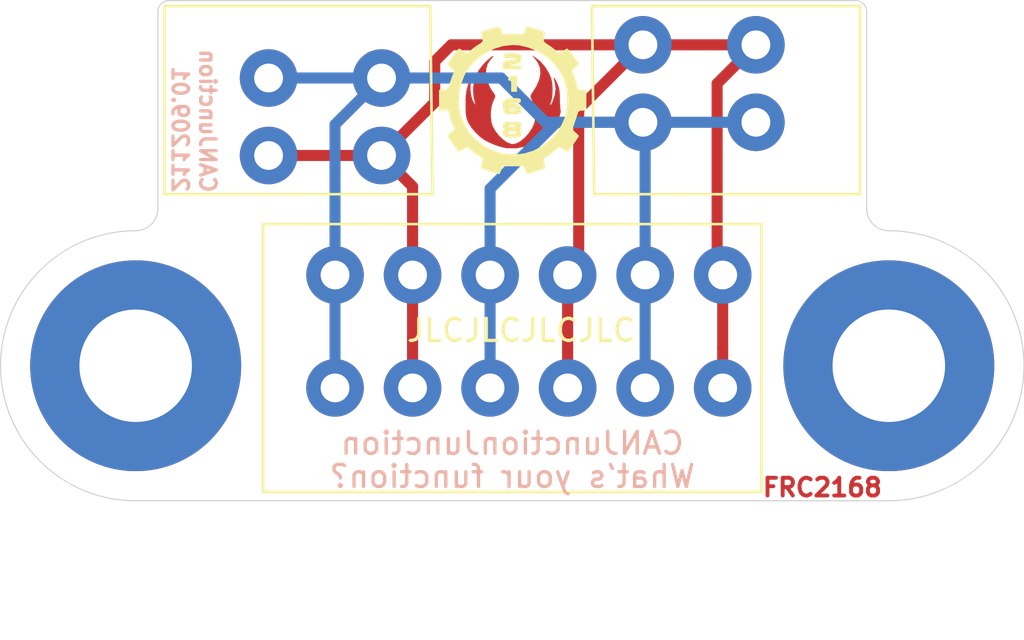
<source format=kicad_pcb>
(kicad_pcb (version 20171130) (host pcbnew "(5.1.12)-1")

  (general
    (thickness 1.6)
    (drawings 22)
    (tracks 37)
    (zones 0)
    (modules 8)
    (nets 3)
  )

  (page A4)
  (title_block
    (title CANJunction)
    (date 2021-12-09)
    (rev 01)
  )

  (layers
    (0 F.Cu signal)
    (31 B.Cu signal)
    (32 B.Adhes user)
    (33 F.Adhes user)
    (34 B.Paste user)
    (35 F.Paste user)
    (36 B.SilkS user)
    (37 F.SilkS user)
    (38 B.Mask user)
    (39 F.Mask user)
    (40 Dwgs.User user hide)
    (41 Cmts.User user hide)
    (42 Eco1.User user)
    (43 Eco2.User user)
    (44 Edge.Cuts user)
    (45 Margin user)
    (46 B.CrtYd user hide)
    (47 F.CrtYd user hide)
    (48 B.Fab user hide)
    (49 F.Fab user)
  )

  (setup
    (last_trace_width 0.5)
    (trace_clearance 0.2)
    (zone_clearance 0.508)
    (zone_45_only no)
    (trace_min 0.2)
    (via_size 0.8)
    (via_drill 0.4)
    (via_min_size 0.4)
    (via_min_drill 0.3)
    (uvia_size 0.3)
    (uvia_drill 0.1)
    (uvias_allowed no)
    (uvia_min_size 0.2)
    (uvia_min_drill 0.1)
    (edge_width 0.05)
    (segment_width 0.2)
    (pcb_text_width 0.3)
    (pcb_text_size 1.5 1.5)
    (mod_edge_width 0.12)
    (mod_text_size 1 1)
    (mod_text_width 0.15)
    (pad_size 1.524 1.524)
    (pad_drill 0.762)
    (pad_to_mask_clearance 0)
    (aux_axis_origin 0 0)
    (visible_elements 7FFFFF9F)
    (pcbplotparams
      (layerselection 0x210fc_ffffffff)
      (usegerberextensions false)
      (usegerberattributes false)
      (usegerberadvancedattributes false)
      (creategerberjobfile false)
      (excludeedgelayer true)
      (linewidth 0.100000)
      (plotframeref false)
      (viasonmask false)
      (mode 1)
      (useauxorigin false)
      (hpglpennumber 1)
      (hpglpenspeed 20)
      (hpglpendiameter 15.000000)
      (psnegative false)
      (psa4output false)
      (plotreference true)
      (plotvalue true)
      (plotinvisibletext false)
      (padsonsilk false)
      (subtractmaskfromsilk false)
      (outputformat 1)
      (mirror false)
      (drillshape 0)
      (scaleselection 1)
      (outputdirectory "gerbers/"))
  )

  (net 0 "")
  (net 1 "Net-(J1-Pad1)")
  (net 2 "Net-(J1-Pad2)")

  (net_class Default "This is the default net class."
    (clearance 0.2)
    (trace_width 0.5)
    (via_dia 0.8)
    (via_drill 0.4)
    (uvia_dia 0.3)
    (uvia_drill 0.1)
    (add_net "Net-(J1-Pad1)")
    (add_net "Net-(J1-Pad2)")
  )

  (module _canjunction:mounting_holes (layer F.Cu) (tedit 61B252F4) (tstamp 61B2B61C)
    (at 126 66)
    (path /61B30437)
    (fp_text reference H1 (at 0 0.5) (layer F.SilkS) hide
      (effects (font (size 1 1) (thickness 0.15)))
    )
    (fp_text value MountingHole (at 0 -0.5) (layer F.Fab) hide
      (effects (font (size 1 1) (thickness 0.15)))
    )
    (pad "" thru_hole circle (at 34 0) (size 9.525 9.525) (drill 5.08) (layers *.Cu *.Mask))
    (pad "" thru_hole circle (at 0 0) (size 9.525 9.525) (drill 5.08) (layers *.Cu *.Mask))
  )

  (module small_gear_footprints:gear_small_wings-f.mask locked (layer F.Cu) (tedit 5C26F9FC) (tstamp 61B2B06E)
    (at 143 54)
    (fp_text reference Wings (at 0 0) (layer F.SilkS) hide
      (effects (font (size 1.524 1.524) (thickness 0.3)))
    )
    (fp_text value LOGO (at 7.62 0) (layer F.SilkS) hide
      (effects (font (size 1.524 1.524) (thickness 0.3)))
    )
    (fp_poly (pts (xy 1.037167 -1.928825) (xy 1.274694 -1.742766) (xy 1.489016 -1.495419) (xy 1.662353 -1.209989)
      (xy 1.75048 -0.997876) (xy 1.795452 -0.796396) (xy 1.816737 -0.553272) (xy 1.814147 -0.301995)
      (xy 1.787493 -0.076054) (xy 1.756381 0.043614) (xy 1.71636 0.177972) (xy 1.713157 0.238159)
      (xy 1.741469 0.221689) (xy 1.795994 0.126079) (xy 1.820251 0.073545) (xy 1.928344 -0.241119)
      (xy 1.960796 -0.529977) (xy 1.927994 -0.769637) (xy 1.898676 -0.896475) (xy 1.884802 -0.985557)
      (xy 1.886695 -1.011806) (xy 1.911643 -0.985712) (xy 1.96042 -0.900844) (xy 2.020807 -0.77903)
      (xy 2.073786 -0.656704) (xy 2.108747 -0.544237) (xy 2.129901 -0.417367) (xy 2.141456 -0.251828)
      (xy 2.147104 -0.050998) (xy 2.152695 0.143359) (xy 2.160802 0.306497) (xy 2.17028 0.419807)
      (xy 2.178768 0.463404) (xy 2.183045 0.535225) (xy 2.153784 0.660048) (xy 2.099066 0.817145)
      (xy 2.026972 0.985786) (xy 1.945581 1.145241) (xy 1.862973 1.274782) (xy 1.861989 1.276095)
      (xy 1.632649 1.536323) (xy 1.366618 1.746951) (xy 1.040471 1.926494) (xy 1.037167 1.928037)
      (xy 0.60381 2.091618) (xy 0.183865 2.172195) (xy -0.221893 2.16964) (xy -0.328059 2.154825)
      (xy -0.558888 2.098087) (xy -0.822725 2.005192) (xy -1.084066 1.889733) (xy -1.244417 1.803993)
      (xy -1.448846 1.65653) (xy -1.655387 1.460756) (xy -1.838267 1.244148) (xy -1.97171 1.03418)
      (xy -1.977549 1.022462) (xy -2.027053 0.913581) (xy -2.060863 0.812053) (xy -2.082544 0.696593)
      (xy -2.095662 0.545916) (xy -2.103783 0.338736) (xy -2.10593 0.25618) (xy -2.098791 -0.143341)
      (xy -2.054882 -0.475758) (xy -1.972295 -0.751119) (xy -1.880685 -0.931333) (xy -1.815027 -1.037167)
      (xy -1.844559 -0.931333) (xy -1.885673 -0.694354) (xy -1.88822 -0.44058) (xy -1.85529 -0.195342)
      (xy -1.789971 0.016027) (xy -1.712909 0.148167) (xy -1.644088 0.232833) (xy -1.672507 0.148167)
      (xy -1.740915 -0.145277) (xy -1.764396 -0.460908) (xy -1.740368 -0.74933) (xy -1.653067 -1.068793)
      (xy -1.510249 -1.352637) (xy -1.300208 -1.622005) (xy -1.200214 -1.725084) (xy -1.077148 -1.839727)
      (xy -0.973726 -1.92546) (xy -0.898509 -1.977827) (xy -0.860056 -1.992374) (xy -0.866927 -1.964647)
      (xy -0.927682 -1.890192) (xy -0.970795 -1.844463) (xy -1.110361 -1.642295) (xy -1.182362 -1.401746)
      (xy -1.187631 -1.134335) (xy -1.126998 -0.851584) (xy -1.001297 -0.565014) (xy -0.862998 -0.352075)
      (xy -0.798211 -0.262352) (xy -0.771017 -0.196895) (xy -0.780965 -0.126103) (xy -0.827604 -0.020373)
      (xy -0.857031 0.039551) (xy -0.930656 0.257496) (xy -0.968254 0.51813) (xy -0.968867 0.788849)
      (xy -0.931538 1.037046) (xy -0.890018 1.162783) (xy -0.766904 1.389549) (xy -0.606887 1.597988)
      (xy -0.424907 1.774694) (xy -0.235901 1.906261) (xy -0.054808 1.979283) (xy 0.03138 1.989667)
      (xy 0.196585 1.952815) (xy 0.379808 1.850828) (xy 0.566104 1.696556) (xy 0.740526 1.502848)
      (xy 0.888129 1.282556) (xy 0.917642 1.227667) (xy 0.981592 1.088717) (xy 1.017959 0.961973)
      (xy 1.033964 0.812849) (xy 1.03696 0.656167) (xy 1.031247 0.457732) (xy 1.008985 0.306222)
      (xy 0.962779 0.164391) (xy 0.920092 0.067605) (xy 0.858337 -0.068626) (xy 0.830482 -0.153466)
      (xy 0.833566 -0.211745) (xy 0.864627 -0.268293) (xy 0.877793 -0.287001) (xy 1.088179 -0.620908)
      (xy 1.220721 -0.925843) (xy 1.275742 -1.205369) (xy 1.253563 -1.463049) (xy 1.154506 -1.702448)
      (xy 1.02175 -1.881388) (xy 0.910167 -2.005943) (xy 1.037167 -1.928825)) (layer F.Mask) (width 0.01))
  )

  (module small_gear_footprints:gear_small_wings-cu locked (layer F.Cu) (tedit 5C26F97C) (tstamp 5E1DAAD3)
    (at 143 54)
    (fp_text reference Wings (at 0 0) (layer F.SilkS) hide
      (effects (font (size 1.524 1.524) (thickness 0.3)))
    )
    (fp_text value LOGO (at 7.62 0) (layer F.SilkS) hide
      (effects (font (size 1.524 1.524) (thickness 0.3)))
    )
    (fp_poly (pts (xy 1.037167 -1.928825) (xy 1.274694 -1.742766) (xy 1.489016 -1.495419) (xy 1.662353 -1.209989)
      (xy 1.75048 -0.997876) (xy 1.795452 -0.796396) (xy 1.816737 -0.553272) (xy 1.814147 -0.301995)
      (xy 1.787493 -0.076054) (xy 1.756381 0.043614) (xy 1.71636 0.177972) (xy 1.713157 0.238159)
      (xy 1.741469 0.221689) (xy 1.795994 0.126079) (xy 1.820251 0.073545) (xy 1.928344 -0.241119)
      (xy 1.960796 -0.529977) (xy 1.927994 -0.769637) (xy 1.898676 -0.896475) (xy 1.884802 -0.985557)
      (xy 1.886695 -1.011806) (xy 1.911643 -0.985712) (xy 1.96042 -0.900844) (xy 2.020807 -0.77903)
      (xy 2.073786 -0.656704) (xy 2.108747 -0.544237) (xy 2.129901 -0.417367) (xy 2.141456 -0.251828)
      (xy 2.147104 -0.050998) (xy 2.152695 0.143359) (xy 2.160802 0.306497) (xy 2.17028 0.419807)
      (xy 2.178768 0.463404) (xy 2.183045 0.535225) (xy 2.153784 0.660048) (xy 2.099066 0.817145)
      (xy 2.026972 0.985786) (xy 1.945581 1.145241) (xy 1.862973 1.274782) (xy 1.861989 1.276095)
      (xy 1.632649 1.536323) (xy 1.366618 1.746951) (xy 1.040471 1.926494) (xy 1.037167 1.928037)
      (xy 0.60381 2.091618) (xy 0.183865 2.172195) (xy -0.221893 2.16964) (xy -0.328059 2.154825)
      (xy -0.558888 2.098087) (xy -0.822725 2.005192) (xy -1.084066 1.889733) (xy -1.244417 1.803993)
      (xy -1.448846 1.65653) (xy -1.655387 1.460756) (xy -1.838267 1.244148) (xy -1.97171 1.03418)
      (xy -1.977549 1.022462) (xy -2.027053 0.913581) (xy -2.060863 0.812053) (xy -2.082544 0.696593)
      (xy -2.095662 0.545916) (xy -2.103783 0.338736) (xy -2.10593 0.25618) (xy -2.098791 -0.143341)
      (xy -2.054882 -0.475758) (xy -1.972295 -0.751119) (xy -1.880685 -0.931333) (xy -1.815027 -1.037167)
      (xy -1.844559 -0.931333) (xy -1.885673 -0.694354) (xy -1.88822 -0.44058) (xy -1.85529 -0.195342)
      (xy -1.789971 0.016027) (xy -1.712909 0.148167) (xy -1.644088 0.232833) (xy -1.672507 0.148167)
      (xy -1.740915 -0.145277) (xy -1.764396 -0.460908) (xy -1.740368 -0.74933) (xy -1.653067 -1.068793)
      (xy -1.510249 -1.352637) (xy -1.300208 -1.622005) (xy -1.200214 -1.725084) (xy -1.077148 -1.839727)
      (xy -0.973726 -1.92546) (xy -0.898509 -1.977827) (xy -0.860056 -1.992374) (xy -0.866927 -1.964647)
      (xy -0.927682 -1.890192) (xy -0.970795 -1.844463) (xy -1.110361 -1.642295) (xy -1.182362 -1.401746)
      (xy -1.187631 -1.134335) (xy -1.126998 -0.851584) (xy -1.001297 -0.565014) (xy -0.862998 -0.352075)
      (xy -0.798211 -0.262352) (xy -0.771017 -0.196895) (xy -0.780965 -0.126103) (xy -0.827604 -0.020373)
      (xy -0.857031 0.039551) (xy -0.930656 0.257496) (xy -0.968254 0.51813) (xy -0.968867 0.788849)
      (xy -0.931538 1.037046) (xy -0.890018 1.162783) (xy -0.766904 1.389549) (xy -0.606887 1.597988)
      (xy -0.424907 1.774694) (xy -0.235901 1.906261) (xy -0.054808 1.979283) (xy 0.03138 1.989667)
      (xy 0.196585 1.952815) (xy 0.379808 1.850828) (xy 0.566104 1.696556) (xy 0.740526 1.502848)
      (xy 0.888129 1.282556) (xy 0.917642 1.227667) (xy 0.981592 1.088717) (xy 1.017959 0.961973)
      (xy 1.033964 0.812849) (xy 1.03696 0.656167) (xy 1.031247 0.457732) (xy 1.008985 0.306222)
      (xy 0.962779 0.164391) (xy 0.920092 0.067605) (xy 0.858337 -0.068626) (xy 0.830482 -0.153466)
      (xy 0.833566 -0.211745) (xy 0.864627 -0.268293) (xy 0.877793 -0.287001) (xy 1.088179 -0.620908)
      (xy 1.220721 -0.925843) (xy 1.275742 -1.205369) (xy 1.253563 -1.463049) (xy 1.154506 -1.702448)
      (xy 1.02175 -1.881388) (xy 0.910167 -2.005943) (xy 1.037167 -1.928825)) (layer F.Cu) (width 0.01))
  )

  (module small_gear_footprints:gear_small_number locked (layer F.Cu) (tedit 0) (tstamp 5E1DAA79)
    (at 143 54)
    (fp_text reference G*** (at 0 0) (layer F.SilkS) hide
      (effects (font (size 1.524 1.524) (thickness 0.3)))
    )
    (fp_text value LOGO (at 0.75 0) (layer F.SilkS) hide
      (effects (font (size 1.524 1.524) (thickness 0.3)))
    )
    (fp_poly (pts (xy 0.172979 -2.111339) (xy 0.305443 -2.090519) (xy 0.381877 -2.046949) (xy 0.416398 -1.973374)
      (xy 0.423333 -1.883834) (xy 0.40039 -1.750362) (xy 0.324099 -1.674994) (xy 0.183267 -1.647196)
      (xy 0.17145 -1.64678) (xy 0.034982 -1.633956) (xy -0.083712 -1.608971) (xy -0.084667 -1.608667)
      (xy -0.115738 -1.590541) (xy -0.072204 -1.578531) (xy 0.050135 -1.571842) (xy 0.116417 -1.570553)
      (xy 0.275603 -1.56615) (xy 0.367927 -1.554965) (xy 0.411173 -1.531848) (xy 0.423131 -1.491647)
      (xy 0.423333 -1.481667) (xy 0.417523 -1.443132) (xy 0.389876 -1.418463) (xy 0.325069 -1.404596)
      (xy 0.207775 -1.398466) (xy 0.022672 -1.397007) (xy 0 -1.397) (xy -0.423333 -1.397)
      (xy -0.422685 -1.534583) (xy -0.410446 -1.663784) (xy -0.36432 -1.74384) (xy -0.267958 -1.788276)
      (xy -0.10501 -1.810614) (xy -0.087354 -1.811943) (xy 0.052464 -1.827456) (xy 0.155062 -1.848909)
      (xy 0.193675 -1.867804) (xy 0.172362 -1.894033) (xy 0.071931 -1.908254) (xy -0.102866 -1.910033)
      (xy -0.22225 -1.905865) (xy -0.326498 -1.907075) (xy -0.371236 -1.934331) (xy -0.380991 -2.003347)
      (xy -0.381 -2.007596) (xy -0.377927 -2.060908) (xy -0.357395 -2.093204) (xy -0.302439 -2.109751)
      (xy -0.196092 -2.115817) (xy -0.029633 -2.116667) (xy 0.172979 -2.111339)) (layer F.SilkS) (width 0.01))
    (fp_poly (pts (xy 0.211667 -0.381) (xy -0.042333 -0.381) (xy -0.042333 -0.635) (xy -0.045471 -0.77696)
      (xy -0.059129 -0.85367) (xy -0.089677 -0.884443) (xy -0.126093 -0.889) (xy -0.182032 -0.898611)
      (xy -0.182928 -0.94354) (xy -0.161631 -0.994833) (xy -0.110978 -1.067463) (xy -0.028441 -1.096982)
      (xy 0.049128 -1.100667) (xy 0.211667 -1.100667) (xy 0.211667 -0.381)) (layer F.SilkS) (width 0.01))
    (fp_poly (pts (xy 0.224994 -0.083348) (xy 0.319658 -0.075428) (xy 0.365326 -0.054962) (xy 0.379833 -0.016006)
      (xy 0.381 0.021167) (xy 0.376155 0.077353) (xy 0.349109 0.109584) (xy 0.281091 0.125191)
      (xy 0.153332 0.131505) (xy 0.09525 0.132792) (xy -0.1905 0.138584) (xy 0.078434 0.169083)
      (xy 0.231897 0.194829) (xy 0.342885 0.229621) (xy 0.384702 0.258541) (xy 0.418302 0.364764)
      (xy 0.414997 0.487025) (xy 0.376483 0.579983) (xy 0.372533 0.5842) (xy 0.305077 0.60979)
      (xy 0.180785 0.626453) (xy 0.027063 0.633733) (xy -0.128684 0.631178) (xy -0.259049 0.618334)
      (xy -0.334861 0.595915) (xy -0.374012 0.531631) (xy -0.400259 0.423333) (xy -0.169333 0.423333)
      (xy -0.131496 0.44858) (xy -0.035765 0.463724) (xy 0.021167 0.465667) (xy 0.134776 0.457258)
      (xy 0.202925 0.435985) (xy 0.211667 0.423333) (xy 0.173829 0.398087) (xy 0.078098 0.382942)
      (xy 0.021167 0.381) (xy -0.092443 0.389408) (xy -0.160592 0.410682) (xy -0.169333 0.423333)
      (xy -0.400259 0.423333) (xy -0.40405 0.407691) (xy -0.413785 0.326237) (xy -0.41986 0.181286)
      (xy -0.403583 0.089366) (xy -0.35836 0.02032) (xy -0.343508 0.004841) (xy -0.28214 -0.042865)
      (xy -0.201603 -0.070228) (xy -0.078464 -0.082401) (xy 0.0635 -0.084667) (xy 0.224994 -0.083348)) (layer F.SilkS) (width 0.01))
    (fp_poly (pts (xy 0.136333 0.977038) (xy 0.271734 0.991478) (xy 0.357893 1.016288) (xy 0.37092 1.026583)
      (xy 0.396592 1.102039) (xy 0.410818 1.229893) (xy 0.413524 1.379208) (xy 0.404632 1.519049)
      (xy 0.384067 1.618479) (xy 0.372433 1.640155) (xy 0.301733 1.673129) (xy 0.174781 1.691519)
      (xy 0.018639 1.695821) (xy -0.139632 1.686532) (xy -0.27297 1.664145) (xy -0.354315 1.629157)
      (xy -0.35681 1.626809) (xy -0.411809 1.534191) (xy -0.417774 1.442932) (xy -0.193033 1.442932)
      (xy -0.187786 1.490968) (xy -0.182294 1.496929) (xy -0.118088 1.51808) (xy -0.010719 1.522783)
      (xy 0.099885 1.510857) (xy 0.144461 1.498397) (xy 0.194687 1.461839) (xy 0.172646 1.427233)
      (xy 0.090479 1.403103) (xy 0 1.397) (xy -0.126635 1.409525) (xy -0.193033 1.442932)
      (xy -0.417774 1.442932) (xy -0.418164 1.436975) (xy -0.377312 1.373553) (xy -0.354184 1.331288)
      (xy -0.377312 1.299088) (xy -0.418671 1.206935) (xy -0.4173 1.185333) (xy -0.169333 1.185333)
      (xy -0.131777 1.211842) (xy -0.037958 1.226587) (xy 0 1.227667) (xy 0.106037 1.218277)
      (xy 0.165015 1.194823) (xy 0.169333 1.185333) (xy 0.131777 1.158824) (xy 0.037957 1.144079)
      (xy 0 1.143) (xy -0.106037 1.152389) (xy -0.165016 1.175844) (xy -0.169333 1.185333)
      (xy -0.4173 1.185333) (xy -0.411549 1.094782) (xy -0.372533 1.024467) (xy -0.302742 0.996681)
      (xy -0.177162 0.979564) (xy -0.022052 0.973041) (xy 0.136333 0.977038)) (layer F.SilkS) (width 0.01))
  )

  (module small_gear_footprints:gear_small_gear locked (layer F.Cu) (tedit 0) (tstamp 61B2B098)
    (at 143 54)
    (fp_text reference G*** (at 0 0) (layer F.SilkS) hide
      (effects (font (size 1.524 1.524) (thickness 0.3)))
    )
    (fp_text value LOGO (at 0.75 0) (layer F.SilkS) hide
      (effects (font (size 1.524 1.524) (thickness 0.3)))
    )
    (fp_poly (pts (xy 0.695127 -3.326481) (xy 0.801935 -3.298989) (xy 0.95383 -3.254495) (xy 1.078633 -3.215461)
      (xy 1.26697 -3.15542) (xy 1.387544 -3.109595) (xy 1.451774 -3.062227) (xy 1.471079 -2.997557)
      (xy 1.456881 -2.899827) (xy 1.420597 -2.753278) (xy 1.418809 -2.746022) (xy 1.415521 -2.680634)
      (xy 1.452582 -2.622408) (xy 1.544883 -2.552361) (xy 1.59668 -2.519231) (xy 1.748482 -2.415682)
      (xy 1.900524 -2.298753) (xy 1.958363 -2.249318) (xy 2.11756 -2.106007) (xy 2.285539 -2.21717)
      (xy 2.390997 -2.282497) (xy 2.467387 -2.321729) (xy 2.486176 -2.326938) (xy 2.52349 -2.2943)
      (xy 2.597746 -2.207497) (xy 2.696734 -2.081306) (xy 2.768232 -1.985599) (xy 3.01763 -1.645655)
      (xy 2.857236 -1.481396) (xy 2.696841 -1.317137) (xy 2.782589 -1.113652) (xy 2.845823 -0.942724)
      (xy 2.903432 -0.753534) (xy 2.920057 -0.687917) (xy 2.971778 -0.465667) (xy 3.344333 -0.465667)
      (xy 3.344333 0.465667) (xy 3.174092 0.465667) (xy 3.05628 0.475364) (xy 2.993975 0.513076)
      (xy 2.969273 0.560917) (xy 2.939863 0.644803) (xy 2.892514 0.782859) (xy 2.836167 0.948967)
      (xy 2.820707 0.994833) (xy 2.706719 1.3335) (xy 2.856193 1.464986) (xy 2.944497 1.548045)
      (xy 2.998153 1.608891) (xy 3.005667 1.624145) (xy 2.982694 1.664727) (xy 2.922037 1.75597)
      (xy 2.836091 1.880265) (xy 2.73725 2.020003) (xy 2.637906 2.157576) (xy 2.550454 2.275375)
      (xy 2.513854 2.322893) (xy 2.47387 2.31241) (xy 2.384746 2.26851) (xy 2.313039 2.228179)
      (xy 2.124587 2.117739) (xy 1.919543 2.288636) (xy 1.778938 2.398691) (xy 1.635023 2.500281)
      (xy 1.554485 2.550605) (xy 1.449862 2.625896) (xy 1.414761 2.68975) (xy 1.416993 2.700374)
      (xy 1.438495 2.77987) (xy 1.461571 2.897479) (xy 1.464408 2.914732) (xy 1.4893 3.070396)
      (xy 1.115066 3.191935) (xy 0.946178 3.247013) (xy 0.80655 3.292973) (xy 0.71674 3.323027)
      (xy 0.69704 3.329932) (xy 0.658091 3.304154) (xy 0.609565 3.22001) (xy 0.587272 3.165445)
      (xy 0.521298 2.9845) (xy -0.436632 2.9845) (xy -0.502231 3.164417) (xy -0.54592 3.270832)
      (xy -0.580946 3.332972) (xy -0.590832 3.339906) (xy -0.638517 3.325878) (xy -0.748232 3.291707)
      (xy -0.901419 3.243209) (xy -1.01012 3.208486) (xy -1.406407 3.081492) (xy -1.380629 2.92028)
      (xy -1.357351 2.797432) (xy -1.333525 2.704296) (xy -1.33008 2.694519) (xy -1.343691 2.633205)
      (xy -1.434039 2.564964) (xy -1.467572 2.546996) (xy -1.590624 2.471634) (xy -1.736095 2.365205)
      (xy -1.831207 2.286491) (xy -2.03258 2.108961) (xy -2.226113 2.222379) (xy -2.335977 2.283144)
      (xy -2.411381 2.318032) (xy -2.431368 2.321482) (xy -2.500262 2.232557) (xy -2.590392 2.10989)
      (xy -2.689138 1.971522) (xy -2.783881 1.835491) (xy -2.862003 1.719838) (xy -2.910885 1.642602)
      (xy -2.921002 1.621503) (xy -2.89122 1.576584) (xy -2.815533 1.500799) (xy -2.764839 1.456387)
      (xy -2.608673 1.325275) (xy -2.696172 1.117721) (xy -2.760649 0.943791) (xy -2.818961 0.752729)
      (xy -2.835391 0.687917) (xy -2.887112 0.465667) (xy -3.302 0.465667) (xy -3.302 0.120904)
      (xy -2.414382 0.120904) (xy -2.363773 0.532473) (xy -2.345894 0.607723) (xy -2.197085 1.01957)
      (xy -1.976417 1.397093) (xy -1.69276 1.731497) (xy -1.354981 2.013986) (xy -0.971949 2.235764)
      (xy -0.552531 2.388034) (xy -0.550333 2.388612) (xy -0.314399 2.430394) (xy -0.033639 2.449601)
      (xy 0.254986 2.445547) (xy 0.514512 2.417547) (xy 0.558833 2.409186) (xy 0.955861 2.28599)
      (xy 1.332976 2.089124) (xy 1.67627 1.829371) (xy 1.971837 1.517513) (xy 2.205769 1.164334)
      (xy 2.233552 1.110721) (xy 2.361227 0.826006) (xy 2.442765 0.562146) (xy 2.484336 0.288706)
      (xy 2.492113 -0.024747) (xy 2.488195 -0.144942) (xy 2.438216 -0.57656) (xy 2.324095 -0.962895)
      (xy 2.139758 -1.317565) (xy 1.879132 -1.654188) (xy 1.759083 -1.779952) (xy 1.45899 -2.027047)
      (xy 1.106028 -2.231452) (xy 0.722751 -2.383795) (xy 0.33171 -2.474705) (xy 0.033535 -2.496932)
      (xy -0.38439 -2.454312) (xy -0.793764 -2.33523) (xy -1.181682 -2.147776) (xy -1.535238 -1.900042)
      (xy -1.841527 -1.600119) (xy -2.087645 -1.2561) (xy -2.159612 -1.121833) (xy -2.309831 -0.729182)
      (xy -2.395578 -0.307292) (xy -2.414382 0.120904) (xy -3.302 0.120904) (xy -3.302 -0.461028)
      (xy -3.100917 -0.473931) (xy -2.978452 -0.485743) (xy -2.911892 -0.515815) (xy -2.872593 -0.586894)
      (xy -2.844779 -0.677333) (xy -2.795906 -0.831342) (xy -2.733256 -1.009692) (xy -2.700372 -1.096782)
      (xy -2.611019 -1.32573) (xy -2.76601 -1.467768) (xy -2.855353 -1.553983) (xy -2.911361 -1.616376)
      (xy -2.921 -1.633369) (xy -2.897282 -1.680593) (xy -2.835045 -1.774648) (xy -2.747667 -1.897615)
      (xy -2.648525 -2.031576) (xy -2.550999 -2.158614) (xy -2.468465 -2.26081) (xy -2.414301 -2.320247)
      (xy -2.402131 -2.328333) (xy -2.349853 -2.306742) (xy -2.255151 -2.251978) (xy -2.200873 -2.21717)
      (xy -2.032894 -2.106007) (xy -1.868389 -2.254628) (xy -1.727101 -2.369199) (xy -1.565095 -2.482652)
      (xy -1.505671 -2.519409) (xy -1.376659 -2.6087) (xy -1.328921 -2.677958) (xy -1.331154 -2.697319)
      (xy -1.353216 -2.778359) (xy -1.376972 -2.89824) (xy -1.380772 -2.921175) (xy -1.406693 -3.083281)
      (xy -1.010263 -3.210748) (xy -0.814615 -3.271181) (xy -0.68249 -3.300846) (xy -0.597492 -3.296929)
      (xy -0.543223 -3.256613) (xy -0.503288 -3.177083) (xy -0.483057 -3.120218) (xy -0.436946 -2.9845)
      (xy 0.520646 -2.9845) (xy 0.57817 -3.150652) (xy 0.617395 -3.257589) (xy 0.645924 -3.324077)
      (xy 0.651047 -3.332158) (xy 0.695127 -3.326481)) (layer F.SilkS) (width 0.01))
  )

  (module parts:TerminalBlock_Spring_6Pos_3.5mm (layer F.Cu) (tedit 61AA45C0) (tstamp 61B35502)
    (at 135 67)
    (path /5E1DBA1C)
    (fp_text reference J2 (at -1.27 -8.382) (layer F.SilkS) hide
      (effects (font (size 1 1) (thickness 0.15)))
    )
    (fp_text value Screw_Terminal_01x06 (at 9.5 6.5) (layer F.Fab) hide
      (effects (font (size 1 1) (thickness 0.15)))
    )
    (fp_line (start -3.25 4.7) (end 19.25 4.7) (layer F.SilkS) (width 0.12))
    (fp_line (start -3.25 -7.4) (end 19.25 -7.4) (layer F.SilkS) (width 0.12))
    (fp_line (start 19.25 4.7) (end 19.25 -7.4) (layer F.SilkS) (width 0.12))
    (fp_line (start -3.25 -7.3) (end -3.25 4.7) (layer F.SilkS) (width 0.12))
    (pad 1 thru_hole circle (at 0 0) (size 2.6 2.6) (drill 1.3) (layers *.Cu *.Mask)
      (net 1 "Net-(J1-Pad1)"))
    (pad 2 thru_hole circle (at 3.5 0) (size 2.6 2.6) (drill 1.3) (layers *.Cu *.Mask)
      (net 2 "Net-(J1-Pad2)"))
    (pad 1 thru_hole circle (at 0 -5.1) (size 2.6 2.6) (drill 1.3) (layers *.Cu *.Mask)
      (net 1 "Net-(J1-Pad1)"))
    (pad 2 thru_hole circle (at 3.5 -5.1) (size 2.6 2.6) (drill 1.3) (layers *.Cu *.Mask)
      (net 2 "Net-(J1-Pad2)"))
    (pad 3 thru_hole circle (at 7 -5.1) (size 2.6 2.6) (drill 1.3) (layers *.Cu *.Mask)
      (net 1 "Net-(J1-Pad1)"))
    (pad 4 thru_hole circle (at 10.5 -5.1) (size 2.6 2.6) (drill 1.3) (layers *.Cu *.Mask)
      (net 2 "Net-(J1-Pad2)"))
    (pad 6 thru_hole circle (at 17.5 -5.1) (size 2.6 2.6) (drill 1.3) (layers *.Cu *.Mask)
      (net 2 "Net-(J1-Pad2)"))
    (pad 5 thru_hole circle (at 14 -5.1) (size 2.6 2.6) (drill 1.3) (layers *.Cu *.Mask)
      (net 1 "Net-(J1-Pad1)"))
    (pad 4 thru_hole circle (at 10.5 0) (size 2.6 2.6) (drill 1.3) (layers *.Cu *.Mask)
      (net 2 "Net-(J1-Pad2)"))
    (pad 3 thru_hole circle (at 7 0) (size 2.6 2.6) (drill 1.3) (layers *.Cu *.Mask)
      (net 1 "Net-(J1-Pad1)"))
    (pad 6 thru_hole circle (at 17.5 0) (size 2.6 2.6) (drill 1.3) (layers *.Cu *.Mask)
      (net 2 "Net-(J1-Pad2)"))
    (pad 5 thru_hole circle (at 14 0) (size 2.6 2.6) (drill 1.3) (layers *.Cu *.Mask)
      (net 1 "Net-(J1-Pad1)"))
    (model ${KIPRJMOD}/library/pxc_1984963_04_PTSA-1-5-2-3-5-F_3D.stp
      (offset (xyz -3.25 7.25 0))
      (scale (xyz 1 1 1))
      (rotate (xyz -90 0 90))
    )
    (model ${KIPRJMOD}/library/pxc_1984963_04_PTSA-1-5-2-3-5-F_3D.stp
      (offset (xyz 3.8 7.25 0))
      (scale (xyz 1 1 1))
      (rotate (xyz -90 0 90))
    )
    (model ${KIPRJMOD}/library/pxc_1984963_04_PTSA-1-5-2-3-5-F_3D.stp
      (offset (xyz 10.75 7.25 0))
      (scale (xyz 1 1 1))
      (rotate (xyz -90 0 90))
    )
  )

  (module parts:TerminalBlock_Spring_2Pos_3.5mm (layer F.Cu) (tedit 61AA43DF) (tstamp 5E1DA4D6)
    (at 132 53 270)
    (path /5E1EE628)
    (fp_text reference J1 (at -1.27 -8.382 90) (layer F.SilkS) hide
      (effects (font (size 1 1) (thickness 0.15)))
    )
    (fp_text value Screw_Terminal_01x02 (at -5 1 180) (layer F.Fab) hide
      (effects (font (size 1 1) (thickness 0.15)))
    )
    (fp_line (start -3.25 -7.3) (end -3.25 4.7) (layer F.SilkS) (width 0.12))
    (fp_line (start 5.25 4.7) (end 5.25 -7.4) (layer F.SilkS) (width 0.12))
    (fp_line (start -3.25 -7.3) (end 5.25 -7.4) (layer F.SilkS) (width 0.12))
    (fp_line (start 5.25 4.7) (end -3.25 4.7) (layer F.SilkS) (width 0.12))
    (pad 2 thru_hole circle (at 3.5 -5.1 270) (size 2.6 2.6) (drill 1.3) (layers *.Cu *.Mask)
      (net 2 "Net-(J1-Pad2)"))
    (pad 1 thru_hole circle (at 0 -5.1 270) (size 2.6 2.6) (drill 1.3) (layers *.Cu *.Mask)
      (net 1 "Net-(J1-Pad1)"))
    (pad 2 thru_hole circle (at 3.5 0 270) (size 2.6 2.6) (drill 1.3) (layers *.Cu *.Mask)
      (net 2 "Net-(J1-Pad2)"))
    (pad 1 thru_hole circle (at 0 0 270) (size 2.6 2.6) (drill 1.3) (layers *.Cu *.Mask)
      (net 1 "Net-(J1-Pad1)"))
    (model ${KIPRJMOD}/library/pxc_1984963_04_PTSA-1-5-2-3-5-F_3D.stp
      (offset (xyz -3.25 7.25 0))
      (scale (xyz 1 1 1))
      (rotate (xyz 90 180 -90))
    )
  )

  (module parts:TerminalBlock_Spring_2Pos_3.5mm (layer F.Cu) (tedit 61AA43DF) (tstamp 5E1DA737)
    (at 154 55 90)
    (path /5E1F065F)
    (fp_text reference J3 (at -1.27 -8.382 90) (layer F.SilkS) hide
      (effects (font (size 1 1) (thickness 0.15)))
    )
    (fp_text value Screw_Terminal_01x02 (at 7 1 180) (layer F.Fab) hide
      (effects (font (size 1 1) (thickness 0.15)))
    )
    (fp_line (start -3.25 -7.3) (end -3.25 4.7) (layer F.SilkS) (width 0.12))
    (fp_line (start 5.25 4.7) (end 5.25 -7.4) (layer F.SilkS) (width 0.12))
    (fp_line (start -3.25 -7.3) (end 5.25 -7.4) (layer F.SilkS) (width 0.12))
    (fp_line (start 5.25 4.7) (end -3.25 4.7) (layer F.SilkS) (width 0.12))
    (pad 2 thru_hole circle (at 3.5 -5.1 90) (size 2.6 2.6) (drill 1.3) (layers *.Cu *.Mask)
      (net 2 "Net-(J1-Pad2)"))
    (pad 1 thru_hole circle (at 0 -5.1 90) (size 2.6 2.6) (drill 1.3) (layers *.Cu *.Mask)
      (net 1 "Net-(J1-Pad1)"))
    (pad 2 thru_hole circle (at 3.5 0 90) (size 2.6 2.6) (drill 1.3) (layers *.Cu *.Mask)
      (net 2 "Net-(J1-Pad2)"))
    (pad 1 thru_hole circle (at 0 0 90) (size 2.6 2.6) (drill 1.3) (layers *.Cu *.Mask)
      (net 1 "Net-(J1-Pad1)"))
    (model ${KIPRJMOD}/library/pxc_1984963_04_PTSA-1-5-2-3-5-F_3D.stp
      (offset (xyz -3.25 7.25 0))
      (scale (xyz 1 1 1))
      (rotate (xyz 90 180 -90))
    )
  )

  (gr_line (start 143.75 65.25) (end 143.75 74.75) (layer F.Fab) (width 0.15) (tstamp 61B35858))
  (gr_line (start 143 66.5) (end 144.5 66.5) (layer F.Fab) (width 0.15) (tstamp 61B35857))
  (gr_line (start 144.5 66.5) (end 143.75 65.25) (layer F.Fab) (width 0.15) (tstamp 61B35856))
  (gr_line (start 143.75 65.25) (end 143 66.5) (layer F.Fab) (width 0.15) (tstamp 61B35855))
  (gr_text "Place Order Number in place of\ntext \"JLCJLCJLCJLC\" on F.Silk layer" (at 143.75 76.75) (layer F.Fab) (tstamp 61B357D0)
    (effects (font (size 1 1) (thickness 0.15)))
  )
  (gr_arc (start 158.5 50) (end 159 50) (angle -90) (layer Edge.Cuts) (width 0.05))
  (gr_arc (start 127.5 50) (end 127.5 49.5) (angle -90) (layer Edge.Cuts) (width 0.05))
  (gr_arc (start 126 58.9) (end 126 59.9) (angle -90) (layer Edge.Cuts) (width 0.05) (tstamp 61B2B017))
  (gr_line (start 126 72.1) (end 160 72.1) (layer Edge.Cuts) (width 0.05) (tstamp 61B24E53))
  (gr_arc (start 160 58.9) (end 159 58.9) (angle -90) (layer Edge.Cuts) (width 0.05))
  (gr_arc (start 160 66) (end 160 72.1) (angle -180) (layer Edge.Cuts) (width 0.05) (tstamp 61B24E22))
  (gr_arc (start 126 66) (end 126 59.9) (angle -180) (layer Edge.Cuts) (width 0.05))
  (gr_text JLCJLCJLCJLC (at 143.4 64.4) (layer F.SilkS)
    (effects (font (size 1 1) (thickness 0.15)))
  )
  (gr_text FRC2168 (at 157 71.5) (layer F.Mask) (tstamp 5E1DAF37)
    (effects (font (size 0.8 0.8) (thickness 0.2)))
  )
  (gr_text 211209.01 (at 128 58.25 -90) (layer B.SilkS)
    (effects (font (size 0.7 0.7) (thickness 0.15)) (justify left mirror))
  )
  (gr_text CANJunction (at 129.25 58.25 -90) (layer B.SilkS)
    (effects (font (size 0.7 0.7) (thickness 0.15)) (justify left mirror))
  )
  (gr_text FRC2168 (at 157 71.5) (layer F.Cu)
    (effects (font (size 0.8 0.8) (thickness 0.175)))
  )
  (gr_text "What's your function?" (at 143 71) (layer B.SilkS)
    (effects (font (size 1 1) (thickness 0.15)) (justify mirror))
  )
  (gr_text CANJunctionJunction (at 143 69.5) (layer B.SilkS) (tstamp 61B24C85)
    (effects (font (size 1 1) (thickness 0.15)) (justify mirror))
  )
  (gr_line (start 127 58.9) (end 127 50) (layer Edge.Cuts) (width 0.05) (tstamp 5E1DB1CB))
  (gr_line (start 159 50) (end 159 58.9) (layer Edge.Cuts) (width 0.05))
  (gr_line (start 127.5 49.5) (end 158.5 49.5) (layer Edge.Cuts) (width 0.05))

  (segment (start 148.9 55) (end 145 55) (width 0.5) (layer B.Cu) (net 1))
  (segment (start 154 55) (end 148.9 55) (width 0.5) (layer B.Cu) (net 1))
  (segment (start 135 61.9) (end 135 67) (width 0.5) (layer B.Cu) (net 1))
  (segment (start 142 61.9) (end 142 67) (width 0.5) (layer B.Cu) (net 1))
  (segment (start 149 67) (end 149 61.9) (width 0.5) (layer B.Cu) (net 1))
  (segment (start 149 55.1) (end 148.9 55) (width 0.5) (layer B.Cu) (net 1))
  (segment (start 149 61.9) (end 149 55.1) (width 0.5) (layer B.Cu) (net 1))
  (segment (start 142 61.9) (end 142 58) (width 0.5) (layer B.Cu) (net 1))
  (segment (start 142 58) (end 145 55) (width 0.5) (layer B.Cu) (net 1))
  (segment (start 135 55.1) (end 135 61.9) (width 0.5) (layer B.Cu) (net 1))
  (segment (start 137.1 53) (end 135 55.1) (width 0.5) (layer B.Cu) (net 1))
  (segment (start 137.1 53) (end 132 53) (width 0.5) (layer B.Cu) (net 1))
  (segment (start 142.5 53) (end 137.1 53) (width 0.5) (layer B.Cu) (net 1))
  (segment (start 144.5 55) (end 142.5 53) (width 0.5) (layer B.Cu) (net 1))
  (segment (start 148.9 55) (end 144.5 55) (width 0.5) (layer B.Cu) (net 1))
  (segment (start 152.161523 51.5) (end 148.9 51.5) (width 0.5) (layer F.Cu) (net 2))
  (segment (start 154 51.5) (end 152.161523 51.5) (width 0.5) (layer F.Cu) (net 2))
  (segment (start 138.1 61.5) (end 138.5 61.9) (width 0.5) (layer F.Cu) (net 2))
  (segment (start 138.5 65.161523) (end 138.5 61.9) (width 0.5) (layer F.Cu) (net 2))
  (segment (start 138.5 67) (end 138.5 65.161523) (width 0.5) (layer F.Cu) (net 2))
  (segment (start 145.5 65.161523) (end 145.5 61.9) (width 0.5) (layer F.Cu) (net 2))
  (segment (start 145.5 67) (end 145.5 65.161523) (width 0.5) (layer F.Cu) (net 2))
  (segment (start 152.5 65.161523) (end 152.5 61.9) (width 0.5) (layer F.Cu) (net 2))
  (segment (start 152.5 67) (end 152.5 65.161523) (width 0.5) (layer F.Cu) (net 2))
  (segment (start 132 56.5) (end 137.1 56.5) (width 0.5) (layer F.Cu) (net 2))
  (segment (start 137.1 56.5) (end 139.5 54.1) (width 0.5) (layer F.Cu) (net 2))
  (segment (start 139.5 54.1) (end 139.5 52.25) (width 0.5) (layer F.Cu) (net 2))
  (segment (start 140.25 51.5) (end 148.9 51.5) (width 0.5) (layer F.Cu) (net 2))
  (segment (start 139.5 52.25) (end 140.25 51.5) (width 0.5) (layer F.Cu) (net 2))
  (segment (start 138.5 57.9) (end 137.1 56.5) (width 0.5) (layer F.Cu) (net 2))
  (segment (start 138.5 61.9) (end 138.5 57.9) (width 0.5) (layer F.Cu) (net 2))
  (segment (start 148.9 51.5) (end 146 54.4) (width 0.5) (layer F.Cu) (net 2))
  (segment (start 146 61.4) (end 145.5 61.9) (width 0.5) (layer F.Cu) (net 2))
  (segment (start 146 54.4) (end 146 61.4) (width 0.5) (layer F.Cu) (net 2))
  (segment (start 152.249999 61.649999) (end 152.5 61.9) (width 0.5) (layer F.Cu) (net 2))
  (segment (start 152.249999 53.250001) (end 152.249999 61.649999) (width 0.5) (layer F.Cu) (net 2))
  (segment (start 154 51.5) (end 152.249999 53.250001) (width 0.5) (layer F.Cu) (net 2))

)

</source>
